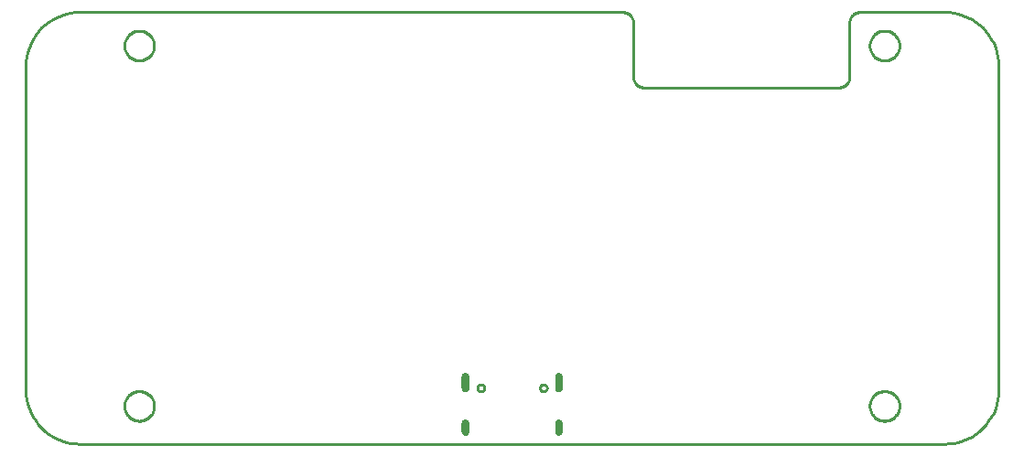
<source format=gbr>
G04 EAGLE Gerber RS-274X export*
G75*
%MOMM*%
%FSLAX34Y34*%
%LPD*%
%IN*%
%IPPOS*%
%AMOC8*
5,1,8,0,0,1.08239X$1,22.5*%
G01*
%ADD10C,0.000000*%
%ADD11C,0.254000*%

G36*
X407205Y47831D02*
X407205Y47831D01*
X407281Y47837D01*
X407983Y48010D01*
X408023Y48029D01*
X408096Y48053D01*
X408736Y48389D01*
X408771Y48417D01*
X408835Y48457D01*
X409377Y48937D01*
X409396Y48963D01*
X409411Y48973D01*
X409424Y48994D01*
X409456Y49027D01*
X409867Y49622D01*
X409885Y49663D01*
X409923Y49729D01*
X410079Y50139D01*
X410180Y50405D01*
X410187Y50449D01*
X410208Y50522D01*
X410296Y51240D01*
X410294Y51266D01*
X410299Y51300D01*
X410299Y62300D01*
X410297Y62309D01*
X410299Y62317D01*
X410294Y62336D01*
X410296Y62360D01*
X410208Y63078D01*
X410194Y63120D01*
X410180Y63195D01*
X409923Y63871D01*
X409899Y63909D01*
X409867Y63978D01*
X409456Y64573D01*
X409424Y64604D01*
X409377Y64663D01*
X408835Y65143D01*
X408797Y65165D01*
X408736Y65211D01*
X408096Y65547D01*
X408053Y65560D01*
X407983Y65590D01*
X407281Y65763D01*
X407237Y65765D01*
X407162Y65777D01*
X406438Y65777D01*
X406395Y65769D01*
X406319Y65763D01*
X405617Y65590D01*
X405577Y65571D01*
X405504Y65547D01*
X404864Y65211D01*
X404829Y65183D01*
X404765Y65143D01*
X404223Y64663D01*
X404215Y64651D01*
X404205Y64645D01*
X404189Y64620D01*
X404144Y64573D01*
X403733Y63978D01*
X403715Y63937D01*
X403677Y63871D01*
X403420Y63195D01*
X403413Y63151D01*
X403392Y63078D01*
X403304Y62360D01*
X403307Y62334D01*
X403301Y62300D01*
X403301Y51300D01*
X403306Y51274D01*
X403304Y51240D01*
X403392Y50522D01*
X403406Y50480D01*
X403420Y50405D01*
X403677Y49729D01*
X403701Y49691D01*
X403733Y49622D01*
X404144Y49027D01*
X404176Y48996D01*
X404223Y48937D01*
X404765Y48457D01*
X404803Y48435D01*
X404864Y48389D01*
X405504Y48053D01*
X405547Y48040D01*
X405617Y48010D01*
X406319Y47837D01*
X406363Y47835D01*
X406438Y47823D01*
X407162Y47823D01*
X407205Y47831D01*
G37*
G36*
X493605Y47831D02*
X493605Y47831D01*
X493681Y47837D01*
X494383Y48010D01*
X494423Y48029D01*
X494496Y48053D01*
X495136Y48389D01*
X495171Y48417D01*
X495235Y48457D01*
X495777Y48937D01*
X495796Y48963D01*
X495811Y48973D01*
X495824Y48994D01*
X495856Y49027D01*
X496267Y49622D01*
X496285Y49663D01*
X496323Y49729D01*
X496580Y50405D01*
X496587Y50449D01*
X496608Y50522D01*
X496696Y51240D01*
X496694Y51266D01*
X496699Y51300D01*
X496699Y62300D01*
X496697Y62309D01*
X496699Y62317D01*
X496694Y62336D01*
X496696Y62360D01*
X496608Y63078D01*
X496594Y63120D01*
X496580Y63195D01*
X496323Y63871D01*
X496299Y63909D01*
X496267Y63978D01*
X495856Y64573D01*
X495824Y64604D01*
X495777Y64663D01*
X495235Y65143D01*
X495197Y65165D01*
X495136Y65211D01*
X494496Y65547D01*
X494453Y65560D01*
X494383Y65590D01*
X493681Y65763D01*
X493637Y65765D01*
X493562Y65777D01*
X492838Y65777D01*
X492795Y65769D01*
X492719Y65763D01*
X492017Y65590D01*
X491977Y65571D01*
X491904Y65547D01*
X491264Y65211D01*
X491229Y65183D01*
X491165Y65143D01*
X490623Y64663D01*
X490615Y64651D01*
X490605Y64645D01*
X490589Y64620D01*
X490544Y64573D01*
X490133Y63978D01*
X490115Y63937D01*
X490077Y63871D01*
X489820Y63195D01*
X489813Y63151D01*
X489792Y63078D01*
X489704Y62360D01*
X489707Y62334D01*
X489701Y62300D01*
X489701Y51300D01*
X489706Y51274D01*
X489704Y51240D01*
X489792Y50522D01*
X489806Y50480D01*
X489820Y50405D01*
X490077Y49729D01*
X490101Y49691D01*
X490133Y49622D01*
X490544Y49027D01*
X490576Y48996D01*
X490623Y48937D01*
X491165Y48457D01*
X491203Y48435D01*
X491264Y48389D01*
X491904Y48053D01*
X491947Y48040D01*
X492017Y48010D01*
X492719Y47837D01*
X492763Y47835D01*
X492838Y47823D01*
X493562Y47823D01*
X493605Y47831D01*
G37*
G36*
X407205Y7531D02*
X407205Y7531D01*
X407281Y7537D01*
X407983Y7710D01*
X408023Y7729D01*
X408096Y7753D01*
X408736Y8089D01*
X408771Y8117D01*
X408835Y8157D01*
X409377Y8637D01*
X409396Y8663D01*
X409411Y8673D01*
X409424Y8694D01*
X409456Y8727D01*
X409867Y9322D01*
X409885Y9363D01*
X409923Y9429D01*
X410079Y9839D01*
X410180Y10105D01*
X410187Y10149D01*
X410208Y10222D01*
X410296Y10940D01*
X410294Y10966D01*
X410299Y11000D01*
X410299Y19000D01*
X410297Y19012D01*
X410298Y19022D01*
X410295Y19038D01*
X410296Y19060D01*
X410208Y19778D01*
X410194Y19820D01*
X410180Y19895D01*
X409923Y20571D01*
X409899Y20609D01*
X409867Y20678D01*
X409456Y21273D01*
X409424Y21304D01*
X409377Y21363D01*
X408835Y21843D01*
X408797Y21865D01*
X408736Y21911D01*
X408096Y22247D01*
X408053Y22260D01*
X407983Y22290D01*
X407281Y22463D01*
X407237Y22465D01*
X407162Y22477D01*
X406438Y22477D01*
X406395Y22469D01*
X406319Y22463D01*
X405617Y22290D01*
X405577Y22271D01*
X405504Y22247D01*
X404864Y21911D01*
X404829Y21883D01*
X404765Y21843D01*
X404223Y21363D01*
X404216Y21354D01*
X404210Y21350D01*
X404196Y21326D01*
X404144Y21273D01*
X403733Y20678D01*
X403715Y20637D01*
X403677Y20571D01*
X403530Y20184D01*
X403530Y20183D01*
X403420Y19895D01*
X403413Y19851D01*
X403392Y19778D01*
X403304Y19060D01*
X403307Y19034D01*
X403301Y19000D01*
X403301Y11000D01*
X403306Y10974D01*
X403304Y10940D01*
X403392Y10222D01*
X403406Y10180D01*
X403420Y10105D01*
X403677Y9429D01*
X403701Y9391D01*
X403733Y9322D01*
X404144Y8727D01*
X404176Y8696D01*
X404223Y8637D01*
X404765Y8157D01*
X404803Y8135D01*
X404864Y8089D01*
X405504Y7753D01*
X405547Y7740D01*
X405617Y7710D01*
X406319Y7537D01*
X406363Y7535D01*
X406438Y7523D01*
X407162Y7523D01*
X407205Y7531D01*
G37*
G36*
X493605Y7531D02*
X493605Y7531D01*
X493681Y7537D01*
X494383Y7710D01*
X494423Y7729D01*
X494496Y7753D01*
X495136Y8089D01*
X495171Y8117D01*
X495235Y8157D01*
X495777Y8637D01*
X495796Y8663D01*
X495811Y8673D01*
X495824Y8694D01*
X495856Y8727D01*
X496267Y9322D01*
X496285Y9363D01*
X496323Y9429D01*
X496580Y10105D01*
X496587Y10149D01*
X496608Y10222D01*
X496696Y10940D01*
X496694Y10966D01*
X496699Y11000D01*
X496699Y19000D01*
X496697Y19012D01*
X496698Y19022D01*
X496695Y19038D01*
X496696Y19060D01*
X496608Y19778D01*
X496594Y19820D01*
X496580Y19895D01*
X496323Y20571D01*
X496299Y20609D01*
X496267Y20678D01*
X495856Y21273D01*
X495824Y21304D01*
X495777Y21363D01*
X495235Y21843D01*
X495197Y21865D01*
X495136Y21911D01*
X494496Y22247D01*
X494453Y22260D01*
X494383Y22290D01*
X493681Y22463D01*
X493637Y22465D01*
X493562Y22477D01*
X492838Y22477D01*
X492795Y22469D01*
X492719Y22463D01*
X492017Y22290D01*
X491977Y22271D01*
X491904Y22247D01*
X491264Y21911D01*
X491229Y21883D01*
X491165Y21843D01*
X490623Y21363D01*
X490616Y21354D01*
X490610Y21350D01*
X490596Y21327D01*
X490544Y21273D01*
X490133Y20678D01*
X490115Y20637D01*
X490077Y20571D01*
X489820Y19895D01*
X489813Y19851D01*
X489792Y19778D01*
X489704Y19060D01*
X489707Y19034D01*
X489701Y19000D01*
X489701Y11000D01*
X489706Y10974D01*
X489704Y10940D01*
X489792Y10222D01*
X489806Y10180D01*
X489820Y10105D01*
X490077Y9429D01*
X490101Y9391D01*
X490133Y9322D01*
X490544Y8727D01*
X490576Y8696D01*
X490623Y8637D01*
X491165Y8157D01*
X491203Y8135D01*
X491264Y8089D01*
X491904Y7753D01*
X491947Y7740D01*
X492017Y7710D01*
X492719Y7537D01*
X492763Y7535D01*
X492838Y7523D01*
X493562Y7523D01*
X493605Y7531D01*
G37*
D10*
X493635Y50088D02*
X492365Y50088D01*
X492365Y50440D01*
X492367Y50477D01*
X492373Y50513D01*
X492382Y50549D01*
X492396Y50584D01*
X492412Y50617D01*
X492432Y50647D01*
X492456Y50676D01*
X492482Y50702D01*
X492511Y50726D01*
X492542Y50746D01*
X492574Y50762D01*
X492609Y50776D01*
X492645Y50785D01*
X492681Y50791D01*
X492718Y50793D01*
X492755Y50791D01*
X492791Y50785D01*
X492827Y50776D01*
X492862Y50762D01*
X492895Y50746D01*
X492925Y50726D01*
X492954Y50702D01*
X492980Y50676D01*
X493004Y50647D01*
X493024Y50617D01*
X493040Y50584D01*
X493054Y50549D01*
X493063Y50513D01*
X493069Y50477D01*
X493071Y50440D01*
X493071Y50088D01*
X493635Y51465D02*
X493635Y51747D01*
X493635Y51465D02*
X493633Y51433D01*
X493628Y51402D01*
X493619Y51372D01*
X493607Y51343D01*
X493592Y51315D01*
X493573Y51289D01*
X493552Y51266D01*
X493529Y51245D01*
X493503Y51226D01*
X493475Y51211D01*
X493446Y51199D01*
X493416Y51190D01*
X493385Y51185D01*
X493353Y51183D01*
X493353Y51182D02*
X492647Y51182D01*
X492647Y51183D02*
X492615Y51185D01*
X492584Y51190D01*
X492554Y51199D01*
X492525Y51211D01*
X492497Y51226D01*
X492471Y51245D01*
X492448Y51266D01*
X492427Y51289D01*
X492408Y51315D01*
X492393Y51343D01*
X492381Y51372D01*
X492372Y51402D01*
X492367Y51433D01*
X492365Y51465D01*
X492365Y51747D01*
X492929Y52183D02*
X492929Y52536D01*
X492931Y52573D01*
X492937Y52609D01*
X492946Y52645D01*
X492960Y52680D01*
X492976Y52713D01*
X492996Y52743D01*
X493020Y52772D01*
X493046Y52798D01*
X493075Y52822D01*
X493106Y52842D01*
X493138Y52858D01*
X493173Y52872D01*
X493209Y52881D01*
X493245Y52887D01*
X493282Y52889D01*
X493319Y52887D01*
X493355Y52881D01*
X493391Y52872D01*
X493426Y52858D01*
X493459Y52842D01*
X493489Y52822D01*
X493518Y52798D01*
X493544Y52772D01*
X493568Y52743D01*
X493588Y52713D01*
X493604Y52680D01*
X493618Y52645D01*
X493627Y52609D01*
X493633Y52573D01*
X493635Y52536D01*
X493635Y52183D01*
X492365Y52183D01*
X492365Y52536D01*
X492367Y52569D01*
X492373Y52601D01*
X492382Y52632D01*
X492395Y52663D01*
X492411Y52691D01*
X492431Y52717D01*
X492453Y52741D01*
X492479Y52762D01*
X492506Y52780D01*
X492535Y52795D01*
X492566Y52806D01*
X492598Y52814D01*
X492631Y52818D01*
X492663Y52818D01*
X492696Y52814D01*
X492728Y52806D01*
X492759Y52795D01*
X492788Y52780D01*
X492815Y52762D01*
X492841Y52741D01*
X492863Y52717D01*
X492883Y52691D01*
X492899Y52663D01*
X492912Y52632D01*
X492921Y52601D01*
X492927Y52569D01*
X492929Y52536D01*
X493635Y54170D02*
X493635Y54452D01*
X493635Y54170D02*
X493633Y54138D01*
X493628Y54107D01*
X493619Y54077D01*
X493607Y54048D01*
X493592Y54020D01*
X493573Y53994D01*
X493552Y53971D01*
X493529Y53950D01*
X493503Y53931D01*
X493475Y53916D01*
X493446Y53904D01*
X493416Y53895D01*
X493385Y53890D01*
X493353Y53888D01*
X493353Y53887D02*
X492647Y53887D01*
X492647Y53888D02*
X492615Y53890D01*
X492584Y53895D01*
X492554Y53904D01*
X492525Y53916D01*
X492497Y53931D01*
X492471Y53950D01*
X492448Y53971D01*
X492427Y53994D01*
X492408Y54020D01*
X492393Y54048D01*
X492381Y54077D01*
X492372Y54107D01*
X492367Y54138D01*
X492365Y54170D01*
X492365Y54452D01*
X492788Y54874D02*
X493423Y54874D01*
X493451Y54876D01*
X493478Y54881D01*
X493504Y54890D01*
X493529Y54902D01*
X493552Y54918D01*
X493573Y54936D01*
X493591Y54957D01*
X493607Y54980D01*
X493619Y55005D01*
X493628Y55031D01*
X493633Y55058D01*
X493635Y55086D01*
X493635Y55438D01*
X492788Y55438D01*
X492788Y55816D02*
X492788Y56240D01*
X492365Y55957D02*
X493423Y55957D01*
X493451Y55959D01*
X493478Y55964D01*
X493504Y55973D01*
X493529Y55985D01*
X493552Y56001D01*
X493573Y56019D01*
X493591Y56040D01*
X493607Y56063D01*
X493619Y56088D01*
X493628Y56114D01*
X493633Y56141D01*
X493635Y56169D01*
X493635Y56240D01*
X493353Y56627D02*
X493071Y56627D01*
X493038Y56629D01*
X493006Y56635D01*
X492975Y56644D01*
X492944Y56657D01*
X492916Y56673D01*
X492890Y56693D01*
X492866Y56715D01*
X492845Y56741D01*
X492827Y56768D01*
X492812Y56797D01*
X492801Y56828D01*
X492793Y56860D01*
X492789Y56893D01*
X492789Y56925D01*
X492793Y56958D01*
X492801Y56990D01*
X492812Y57021D01*
X492827Y57050D01*
X492845Y57077D01*
X492866Y57103D01*
X492890Y57125D01*
X492916Y57145D01*
X492944Y57161D01*
X492975Y57174D01*
X493006Y57183D01*
X493038Y57189D01*
X493071Y57191D01*
X493353Y57191D01*
X493386Y57189D01*
X493418Y57183D01*
X493449Y57174D01*
X493480Y57161D01*
X493508Y57145D01*
X493534Y57125D01*
X493558Y57103D01*
X493579Y57077D01*
X493597Y57050D01*
X493612Y57021D01*
X493623Y56990D01*
X493631Y56958D01*
X493635Y56925D01*
X493635Y56893D01*
X493631Y56860D01*
X493623Y56828D01*
X493612Y56797D01*
X493597Y56768D01*
X493579Y56741D01*
X493558Y56715D01*
X493534Y56693D01*
X493508Y56673D01*
X493480Y56657D01*
X493449Y56644D01*
X493418Y56635D01*
X493386Y56629D01*
X493353Y56627D01*
X493423Y57655D02*
X492788Y57655D01*
X493423Y57655D02*
X493451Y57657D01*
X493478Y57662D01*
X493504Y57671D01*
X493529Y57683D01*
X493552Y57699D01*
X493573Y57717D01*
X493591Y57738D01*
X493607Y57761D01*
X493619Y57786D01*
X493628Y57812D01*
X493633Y57839D01*
X493635Y57867D01*
X493635Y58220D01*
X492788Y58220D01*
X492788Y58597D02*
X492788Y59021D01*
X492365Y58738D02*
X493423Y58738D01*
X493451Y58740D01*
X493478Y58745D01*
X493504Y58754D01*
X493529Y58766D01*
X493552Y58782D01*
X493573Y58800D01*
X493591Y58821D01*
X493607Y58844D01*
X493619Y58869D01*
X493628Y58895D01*
X493633Y58922D01*
X493635Y58950D01*
X493635Y59021D01*
X493635Y59952D02*
X492365Y60376D01*
X493635Y60799D01*
X493318Y60693D02*
X493318Y60058D01*
X493635Y61202D02*
X492788Y61202D01*
X492788Y61625D01*
X492929Y61625D01*
X493635Y62172D02*
X493635Y62525D01*
X493635Y62172D02*
X493633Y62144D01*
X493628Y62117D01*
X493619Y62091D01*
X493607Y62066D01*
X493591Y62043D01*
X493573Y62022D01*
X493552Y62004D01*
X493529Y61988D01*
X493504Y61976D01*
X493478Y61967D01*
X493451Y61962D01*
X493423Y61960D01*
X493071Y61960D01*
X493038Y61962D01*
X493006Y61968D01*
X492975Y61977D01*
X492944Y61990D01*
X492916Y62006D01*
X492890Y62026D01*
X492866Y62048D01*
X492845Y62074D01*
X492827Y62101D01*
X492812Y62130D01*
X492801Y62161D01*
X492793Y62193D01*
X492789Y62226D01*
X492789Y62258D01*
X492793Y62291D01*
X492801Y62323D01*
X492812Y62354D01*
X492827Y62383D01*
X492845Y62410D01*
X492866Y62436D01*
X492890Y62458D01*
X492916Y62478D01*
X492944Y62494D01*
X492975Y62507D01*
X493006Y62516D01*
X493038Y62522D01*
X493071Y62524D01*
X493071Y62525D02*
X493212Y62525D01*
X493212Y61960D01*
X493141Y63195D02*
X493141Y63512D01*
X493141Y63195D02*
X493143Y63165D01*
X493148Y63136D01*
X493157Y63107D01*
X493169Y63080D01*
X493185Y63055D01*
X493203Y63031D01*
X493224Y63010D01*
X493248Y62992D01*
X493273Y62976D01*
X493300Y62964D01*
X493329Y62955D01*
X493358Y62950D01*
X493388Y62948D01*
X493418Y62950D01*
X493447Y62955D01*
X493476Y62964D01*
X493503Y62976D01*
X493528Y62992D01*
X493552Y63010D01*
X493573Y63031D01*
X493591Y63055D01*
X493607Y63080D01*
X493619Y63107D01*
X493628Y63136D01*
X493633Y63165D01*
X493635Y63195D01*
X493635Y63512D01*
X493000Y63512D01*
X493000Y63513D02*
X492972Y63511D01*
X492945Y63506D01*
X492919Y63497D01*
X492894Y63485D01*
X492871Y63469D01*
X492850Y63451D01*
X492832Y63430D01*
X492816Y63407D01*
X492804Y63382D01*
X492795Y63356D01*
X492790Y63329D01*
X492788Y63301D01*
X492788Y63018D01*
X407635Y50088D02*
X406365Y50088D01*
X406365Y50440D01*
X406367Y50477D01*
X406373Y50513D01*
X406382Y50549D01*
X406396Y50584D01*
X406412Y50617D01*
X406432Y50647D01*
X406456Y50676D01*
X406482Y50702D01*
X406511Y50726D01*
X406542Y50746D01*
X406574Y50762D01*
X406609Y50776D01*
X406645Y50785D01*
X406681Y50791D01*
X406718Y50793D01*
X406755Y50791D01*
X406791Y50785D01*
X406827Y50776D01*
X406862Y50762D01*
X406895Y50746D01*
X406925Y50726D01*
X406954Y50702D01*
X406980Y50676D01*
X407004Y50647D01*
X407024Y50617D01*
X407040Y50584D01*
X407054Y50549D01*
X407063Y50513D01*
X407069Y50477D01*
X407071Y50440D01*
X407071Y50088D01*
X407635Y51465D02*
X407635Y51747D01*
X407635Y51465D02*
X407633Y51433D01*
X407628Y51402D01*
X407619Y51372D01*
X407607Y51343D01*
X407592Y51315D01*
X407573Y51289D01*
X407552Y51266D01*
X407529Y51245D01*
X407503Y51226D01*
X407475Y51211D01*
X407446Y51199D01*
X407416Y51190D01*
X407385Y51185D01*
X407353Y51183D01*
X407353Y51182D02*
X406647Y51182D01*
X406647Y51183D02*
X406615Y51185D01*
X406584Y51190D01*
X406554Y51199D01*
X406525Y51211D01*
X406497Y51226D01*
X406471Y51245D01*
X406448Y51266D01*
X406427Y51289D01*
X406408Y51315D01*
X406393Y51343D01*
X406381Y51372D01*
X406372Y51402D01*
X406367Y51433D01*
X406365Y51465D01*
X406365Y51747D01*
X406929Y52183D02*
X406929Y52536D01*
X406931Y52573D01*
X406937Y52609D01*
X406946Y52645D01*
X406960Y52680D01*
X406976Y52713D01*
X406996Y52743D01*
X407020Y52772D01*
X407046Y52798D01*
X407075Y52822D01*
X407106Y52842D01*
X407138Y52858D01*
X407173Y52872D01*
X407209Y52881D01*
X407245Y52887D01*
X407282Y52889D01*
X407319Y52887D01*
X407355Y52881D01*
X407391Y52872D01*
X407426Y52858D01*
X407459Y52842D01*
X407489Y52822D01*
X407518Y52798D01*
X407544Y52772D01*
X407568Y52743D01*
X407588Y52713D01*
X407604Y52680D01*
X407618Y52645D01*
X407627Y52609D01*
X407633Y52573D01*
X407635Y52536D01*
X407635Y52183D01*
X406365Y52183D01*
X406365Y52536D01*
X406367Y52569D01*
X406373Y52601D01*
X406382Y52632D01*
X406395Y52663D01*
X406411Y52691D01*
X406431Y52717D01*
X406453Y52741D01*
X406479Y52762D01*
X406506Y52780D01*
X406535Y52795D01*
X406566Y52806D01*
X406598Y52814D01*
X406631Y52818D01*
X406663Y52818D01*
X406696Y52814D01*
X406728Y52806D01*
X406759Y52795D01*
X406788Y52780D01*
X406815Y52762D01*
X406841Y52741D01*
X406863Y52717D01*
X406883Y52691D01*
X406899Y52663D01*
X406912Y52632D01*
X406921Y52601D01*
X406927Y52569D01*
X406929Y52536D01*
X407635Y54170D02*
X407635Y54452D01*
X407635Y54170D02*
X407633Y54138D01*
X407628Y54107D01*
X407619Y54077D01*
X407607Y54048D01*
X407592Y54020D01*
X407573Y53994D01*
X407552Y53971D01*
X407529Y53950D01*
X407503Y53931D01*
X407475Y53916D01*
X407446Y53904D01*
X407416Y53895D01*
X407385Y53890D01*
X407353Y53888D01*
X407353Y53887D02*
X406647Y53887D01*
X406647Y53888D02*
X406615Y53890D01*
X406584Y53895D01*
X406554Y53904D01*
X406525Y53916D01*
X406497Y53931D01*
X406471Y53950D01*
X406448Y53971D01*
X406427Y53994D01*
X406408Y54020D01*
X406393Y54048D01*
X406381Y54077D01*
X406372Y54107D01*
X406367Y54138D01*
X406365Y54170D01*
X406365Y54452D01*
X406788Y54874D02*
X407423Y54874D01*
X407451Y54876D01*
X407478Y54881D01*
X407504Y54890D01*
X407529Y54902D01*
X407552Y54918D01*
X407573Y54936D01*
X407591Y54957D01*
X407607Y54980D01*
X407619Y55005D01*
X407628Y55031D01*
X407633Y55058D01*
X407635Y55086D01*
X407635Y55438D01*
X406788Y55438D01*
X406788Y55816D02*
X406788Y56240D01*
X406365Y55957D02*
X407423Y55957D01*
X407451Y55959D01*
X407478Y55964D01*
X407504Y55973D01*
X407529Y55985D01*
X407552Y56001D01*
X407573Y56019D01*
X407591Y56040D01*
X407607Y56063D01*
X407619Y56088D01*
X407628Y56114D01*
X407633Y56141D01*
X407635Y56169D01*
X407635Y56240D01*
X407353Y56627D02*
X407071Y56627D01*
X407038Y56629D01*
X407006Y56635D01*
X406975Y56644D01*
X406944Y56657D01*
X406916Y56673D01*
X406890Y56693D01*
X406866Y56715D01*
X406845Y56741D01*
X406827Y56768D01*
X406812Y56797D01*
X406801Y56828D01*
X406793Y56860D01*
X406789Y56893D01*
X406789Y56925D01*
X406793Y56958D01*
X406801Y56990D01*
X406812Y57021D01*
X406827Y57050D01*
X406845Y57077D01*
X406866Y57103D01*
X406890Y57125D01*
X406916Y57145D01*
X406944Y57161D01*
X406975Y57174D01*
X407006Y57183D01*
X407038Y57189D01*
X407071Y57191D01*
X407353Y57191D01*
X407386Y57189D01*
X407418Y57183D01*
X407449Y57174D01*
X407480Y57161D01*
X407508Y57145D01*
X407534Y57125D01*
X407558Y57103D01*
X407579Y57077D01*
X407597Y57050D01*
X407612Y57021D01*
X407623Y56990D01*
X407631Y56958D01*
X407635Y56925D01*
X407635Y56893D01*
X407631Y56860D01*
X407623Y56828D01*
X407612Y56797D01*
X407597Y56768D01*
X407579Y56741D01*
X407558Y56715D01*
X407534Y56693D01*
X407508Y56673D01*
X407480Y56657D01*
X407449Y56644D01*
X407418Y56635D01*
X407386Y56629D01*
X407353Y56627D01*
X407423Y57655D02*
X406788Y57655D01*
X407423Y57655D02*
X407451Y57657D01*
X407478Y57662D01*
X407504Y57671D01*
X407529Y57683D01*
X407552Y57699D01*
X407573Y57717D01*
X407591Y57738D01*
X407607Y57761D01*
X407619Y57786D01*
X407628Y57812D01*
X407633Y57839D01*
X407635Y57867D01*
X407635Y58220D01*
X406788Y58220D01*
X406788Y58597D02*
X406788Y59021D01*
X406365Y58738D02*
X407423Y58738D01*
X407451Y58740D01*
X407478Y58745D01*
X407504Y58754D01*
X407529Y58766D01*
X407552Y58782D01*
X407573Y58800D01*
X407591Y58821D01*
X407607Y58844D01*
X407619Y58869D01*
X407628Y58895D01*
X407633Y58922D01*
X407635Y58950D01*
X407635Y59021D01*
X407635Y59952D02*
X406365Y60376D01*
X407635Y60799D01*
X407318Y60693D02*
X407318Y60058D01*
X407635Y61202D02*
X406788Y61202D01*
X406788Y61625D01*
X406929Y61625D01*
X407635Y62172D02*
X407635Y62525D01*
X407635Y62172D02*
X407633Y62144D01*
X407628Y62117D01*
X407619Y62091D01*
X407607Y62066D01*
X407591Y62043D01*
X407573Y62022D01*
X407552Y62004D01*
X407529Y61988D01*
X407504Y61976D01*
X407478Y61967D01*
X407451Y61962D01*
X407423Y61960D01*
X407071Y61960D01*
X407038Y61962D01*
X407006Y61968D01*
X406975Y61977D01*
X406944Y61990D01*
X406916Y62006D01*
X406890Y62026D01*
X406866Y62048D01*
X406845Y62074D01*
X406827Y62101D01*
X406812Y62130D01*
X406801Y62161D01*
X406793Y62193D01*
X406789Y62226D01*
X406789Y62258D01*
X406793Y62291D01*
X406801Y62323D01*
X406812Y62354D01*
X406827Y62383D01*
X406845Y62410D01*
X406866Y62436D01*
X406890Y62458D01*
X406916Y62478D01*
X406944Y62494D01*
X406975Y62507D01*
X407006Y62516D01*
X407038Y62522D01*
X407071Y62524D01*
X407071Y62525D02*
X407212Y62525D01*
X407212Y61960D01*
X407141Y63195D02*
X407141Y63512D01*
X407141Y63195D02*
X407143Y63165D01*
X407148Y63136D01*
X407157Y63107D01*
X407169Y63080D01*
X407185Y63055D01*
X407203Y63031D01*
X407224Y63010D01*
X407248Y62992D01*
X407273Y62976D01*
X407300Y62964D01*
X407329Y62955D01*
X407358Y62950D01*
X407388Y62948D01*
X407418Y62950D01*
X407447Y62955D01*
X407476Y62964D01*
X407503Y62976D01*
X407528Y62992D01*
X407552Y63010D01*
X407573Y63031D01*
X407591Y63055D01*
X407607Y63080D01*
X407619Y63107D01*
X407628Y63136D01*
X407633Y63165D01*
X407635Y63195D01*
X407635Y63512D01*
X407000Y63512D01*
X407000Y63513D02*
X406972Y63511D01*
X406945Y63506D01*
X406919Y63497D01*
X406894Y63485D01*
X406871Y63469D01*
X406850Y63451D01*
X406832Y63430D01*
X406816Y63407D01*
X406804Y63382D01*
X406795Y63356D01*
X406790Y63329D01*
X406788Y63301D01*
X406788Y63018D01*
X406365Y8088D02*
X407635Y8088D01*
X406365Y8088D02*
X406365Y8440D01*
X406367Y8477D01*
X406373Y8513D01*
X406382Y8549D01*
X406396Y8584D01*
X406412Y8617D01*
X406432Y8647D01*
X406456Y8676D01*
X406482Y8702D01*
X406511Y8726D01*
X406542Y8746D01*
X406574Y8762D01*
X406609Y8776D01*
X406645Y8785D01*
X406681Y8791D01*
X406718Y8793D01*
X406755Y8791D01*
X406791Y8785D01*
X406827Y8776D01*
X406862Y8762D01*
X406895Y8746D01*
X406925Y8726D01*
X406954Y8702D01*
X406980Y8676D01*
X407004Y8647D01*
X407024Y8617D01*
X407040Y8584D01*
X407054Y8549D01*
X407063Y8513D01*
X407069Y8477D01*
X407071Y8440D01*
X407071Y8088D01*
X407635Y9465D02*
X407635Y9747D01*
X407635Y9465D02*
X407633Y9433D01*
X407628Y9402D01*
X407619Y9372D01*
X407607Y9343D01*
X407592Y9315D01*
X407573Y9289D01*
X407552Y9266D01*
X407529Y9245D01*
X407503Y9226D01*
X407475Y9211D01*
X407446Y9199D01*
X407416Y9190D01*
X407385Y9185D01*
X407353Y9183D01*
X407353Y9182D02*
X406647Y9182D01*
X406647Y9183D02*
X406615Y9185D01*
X406584Y9190D01*
X406554Y9199D01*
X406525Y9211D01*
X406497Y9226D01*
X406471Y9245D01*
X406448Y9266D01*
X406427Y9289D01*
X406408Y9315D01*
X406393Y9343D01*
X406381Y9372D01*
X406372Y9402D01*
X406367Y9433D01*
X406365Y9465D01*
X406365Y9747D01*
X406929Y10183D02*
X406929Y10536D01*
X406931Y10573D01*
X406937Y10609D01*
X406946Y10645D01*
X406960Y10680D01*
X406976Y10713D01*
X406996Y10743D01*
X407020Y10772D01*
X407046Y10798D01*
X407075Y10822D01*
X407106Y10842D01*
X407138Y10858D01*
X407173Y10872D01*
X407209Y10881D01*
X407245Y10887D01*
X407282Y10889D01*
X407319Y10887D01*
X407355Y10881D01*
X407391Y10872D01*
X407426Y10858D01*
X407459Y10842D01*
X407489Y10822D01*
X407518Y10798D01*
X407544Y10772D01*
X407568Y10743D01*
X407588Y10713D01*
X407604Y10680D01*
X407618Y10645D01*
X407627Y10609D01*
X407633Y10573D01*
X407635Y10536D01*
X407635Y10183D01*
X406365Y10183D01*
X406365Y10536D01*
X406367Y10569D01*
X406373Y10601D01*
X406382Y10632D01*
X406395Y10663D01*
X406411Y10691D01*
X406431Y10717D01*
X406453Y10741D01*
X406479Y10762D01*
X406506Y10780D01*
X406535Y10795D01*
X406566Y10806D01*
X406598Y10814D01*
X406631Y10818D01*
X406663Y10818D01*
X406696Y10814D01*
X406728Y10806D01*
X406759Y10795D01*
X406788Y10780D01*
X406815Y10762D01*
X406841Y10741D01*
X406863Y10717D01*
X406883Y10691D01*
X406899Y10663D01*
X406912Y10632D01*
X406921Y10601D01*
X406927Y10569D01*
X406929Y10536D01*
X407635Y12170D02*
X407635Y12452D01*
X407635Y12170D02*
X407633Y12138D01*
X407628Y12107D01*
X407619Y12077D01*
X407607Y12048D01*
X407592Y12020D01*
X407573Y11994D01*
X407552Y11971D01*
X407529Y11950D01*
X407503Y11931D01*
X407475Y11916D01*
X407446Y11904D01*
X407416Y11895D01*
X407385Y11890D01*
X407353Y11888D01*
X407353Y11887D02*
X406647Y11887D01*
X406647Y11888D02*
X406615Y11890D01*
X406584Y11895D01*
X406554Y11904D01*
X406525Y11916D01*
X406497Y11931D01*
X406471Y11950D01*
X406448Y11971D01*
X406427Y11994D01*
X406408Y12020D01*
X406393Y12048D01*
X406381Y12077D01*
X406372Y12107D01*
X406367Y12138D01*
X406365Y12170D01*
X406365Y12452D01*
X406788Y12874D02*
X407423Y12874D01*
X407451Y12876D01*
X407478Y12881D01*
X407504Y12890D01*
X407529Y12902D01*
X407552Y12918D01*
X407573Y12936D01*
X407591Y12957D01*
X407607Y12980D01*
X407619Y13005D01*
X407628Y13031D01*
X407633Y13058D01*
X407635Y13086D01*
X407635Y13438D01*
X406788Y13438D01*
X406788Y13816D02*
X406788Y14240D01*
X406365Y13957D02*
X407423Y13957D01*
X407451Y13959D01*
X407478Y13964D01*
X407504Y13973D01*
X407529Y13985D01*
X407552Y14001D01*
X407573Y14019D01*
X407591Y14040D01*
X407607Y14063D01*
X407619Y14088D01*
X407628Y14114D01*
X407633Y14141D01*
X407635Y14169D01*
X407635Y14240D01*
X407353Y14627D02*
X407071Y14627D01*
X407038Y14629D01*
X407006Y14635D01*
X406975Y14644D01*
X406944Y14657D01*
X406916Y14673D01*
X406890Y14693D01*
X406866Y14715D01*
X406845Y14741D01*
X406827Y14768D01*
X406812Y14797D01*
X406801Y14828D01*
X406793Y14860D01*
X406789Y14893D01*
X406789Y14925D01*
X406793Y14958D01*
X406801Y14990D01*
X406812Y15021D01*
X406827Y15050D01*
X406845Y15077D01*
X406866Y15103D01*
X406890Y15125D01*
X406916Y15145D01*
X406944Y15161D01*
X406975Y15174D01*
X407006Y15183D01*
X407038Y15189D01*
X407071Y15191D01*
X407353Y15191D01*
X407386Y15189D01*
X407418Y15183D01*
X407449Y15174D01*
X407480Y15161D01*
X407508Y15145D01*
X407534Y15125D01*
X407558Y15103D01*
X407579Y15077D01*
X407597Y15050D01*
X407612Y15021D01*
X407623Y14990D01*
X407631Y14958D01*
X407635Y14925D01*
X407635Y14893D01*
X407631Y14860D01*
X407623Y14828D01*
X407612Y14797D01*
X407597Y14768D01*
X407579Y14741D01*
X407558Y14715D01*
X407534Y14693D01*
X407508Y14673D01*
X407480Y14657D01*
X407449Y14644D01*
X407418Y14635D01*
X407386Y14629D01*
X407353Y14627D01*
X407423Y15655D02*
X406788Y15655D01*
X407423Y15655D02*
X407451Y15657D01*
X407478Y15662D01*
X407504Y15671D01*
X407529Y15683D01*
X407552Y15699D01*
X407573Y15717D01*
X407591Y15738D01*
X407607Y15761D01*
X407619Y15786D01*
X407628Y15812D01*
X407633Y15839D01*
X407635Y15867D01*
X407635Y16220D01*
X406788Y16220D01*
X406788Y16597D02*
X406788Y17021D01*
X406365Y16738D02*
X407423Y16738D01*
X407451Y16740D01*
X407478Y16745D01*
X407504Y16754D01*
X407529Y16766D01*
X407552Y16782D01*
X407573Y16800D01*
X407591Y16821D01*
X407607Y16844D01*
X407619Y16869D01*
X407628Y16895D01*
X407633Y16922D01*
X407635Y16950D01*
X407635Y17021D01*
X407635Y17952D02*
X406365Y18376D01*
X407635Y18799D01*
X407318Y18693D02*
X407318Y18058D01*
X407635Y19202D02*
X406788Y19202D01*
X406788Y19625D01*
X406929Y19625D01*
X407635Y20172D02*
X407635Y20525D01*
X407635Y20172D02*
X407633Y20144D01*
X407628Y20117D01*
X407619Y20091D01*
X407607Y20066D01*
X407591Y20043D01*
X407573Y20022D01*
X407552Y20004D01*
X407529Y19988D01*
X407504Y19976D01*
X407478Y19967D01*
X407451Y19962D01*
X407423Y19960D01*
X407071Y19960D01*
X407038Y19962D01*
X407006Y19968D01*
X406975Y19977D01*
X406944Y19990D01*
X406916Y20006D01*
X406890Y20026D01*
X406866Y20048D01*
X406845Y20074D01*
X406827Y20101D01*
X406812Y20130D01*
X406801Y20161D01*
X406793Y20193D01*
X406789Y20226D01*
X406789Y20258D01*
X406793Y20291D01*
X406801Y20323D01*
X406812Y20354D01*
X406827Y20383D01*
X406845Y20410D01*
X406866Y20436D01*
X406890Y20458D01*
X406916Y20478D01*
X406944Y20494D01*
X406975Y20507D01*
X407006Y20516D01*
X407038Y20522D01*
X407071Y20524D01*
X407071Y20525D02*
X407212Y20525D01*
X407212Y19960D01*
X407141Y21195D02*
X407141Y21512D01*
X407141Y21195D02*
X407143Y21165D01*
X407148Y21136D01*
X407157Y21107D01*
X407169Y21080D01*
X407185Y21055D01*
X407203Y21031D01*
X407224Y21010D01*
X407248Y20992D01*
X407273Y20976D01*
X407300Y20964D01*
X407329Y20955D01*
X407358Y20950D01*
X407388Y20948D01*
X407418Y20950D01*
X407447Y20955D01*
X407476Y20964D01*
X407503Y20976D01*
X407528Y20992D01*
X407552Y21010D01*
X407573Y21031D01*
X407591Y21055D01*
X407607Y21080D01*
X407619Y21107D01*
X407628Y21136D01*
X407633Y21165D01*
X407635Y21195D01*
X407635Y21512D01*
X407000Y21512D01*
X407000Y21513D02*
X406972Y21511D01*
X406945Y21506D01*
X406919Y21497D01*
X406894Y21485D01*
X406871Y21469D01*
X406850Y21451D01*
X406832Y21430D01*
X406816Y21407D01*
X406804Y21382D01*
X406795Y21356D01*
X406790Y21329D01*
X406788Y21301D01*
X406788Y21018D01*
X492365Y8088D02*
X493635Y8088D01*
X492365Y8088D02*
X492365Y8440D01*
X492367Y8477D01*
X492373Y8513D01*
X492382Y8549D01*
X492396Y8584D01*
X492412Y8617D01*
X492432Y8647D01*
X492456Y8676D01*
X492482Y8702D01*
X492511Y8726D01*
X492542Y8746D01*
X492574Y8762D01*
X492609Y8776D01*
X492645Y8785D01*
X492681Y8791D01*
X492718Y8793D01*
X492755Y8791D01*
X492791Y8785D01*
X492827Y8776D01*
X492862Y8762D01*
X492895Y8746D01*
X492925Y8726D01*
X492954Y8702D01*
X492980Y8676D01*
X493004Y8647D01*
X493024Y8617D01*
X493040Y8584D01*
X493054Y8549D01*
X493063Y8513D01*
X493069Y8477D01*
X493071Y8440D01*
X493071Y8088D01*
X493635Y9465D02*
X493635Y9747D01*
X493635Y9465D02*
X493633Y9433D01*
X493628Y9402D01*
X493619Y9372D01*
X493607Y9343D01*
X493592Y9315D01*
X493573Y9289D01*
X493552Y9266D01*
X493529Y9245D01*
X493503Y9226D01*
X493475Y9211D01*
X493446Y9199D01*
X493416Y9190D01*
X493385Y9185D01*
X493353Y9183D01*
X493353Y9182D02*
X492647Y9182D01*
X492647Y9183D02*
X492615Y9185D01*
X492584Y9190D01*
X492554Y9199D01*
X492525Y9211D01*
X492497Y9226D01*
X492471Y9245D01*
X492448Y9266D01*
X492427Y9289D01*
X492408Y9315D01*
X492393Y9343D01*
X492381Y9372D01*
X492372Y9402D01*
X492367Y9433D01*
X492365Y9465D01*
X492365Y9747D01*
X492929Y10183D02*
X492929Y10536D01*
X492931Y10573D01*
X492937Y10609D01*
X492946Y10645D01*
X492960Y10680D01*
X492976Y10713D01*
X492996Y10743D01*
X493020Y10772D01*
X493046Y10798D01*
X493075Y10822D01*
X493106Y10842D01*
X493138Y10858D01*
X493173Y10872D01*
X493209Y10881D01*
X493245Y10887D01*
X493282Y10889D01*
X493319Y10887D01*
X493355Y10881D01*
X493391Y10872D01*
X493426Y10858D01*
X493459Y10842D01*
X493489Y10822D01*
X493518Y10798D01*
X493544Y10772D01*
X493568Y10743D01*
X493588Y10713D01*
X493604Y10680D01*
X493618Y10645D01*
X493627Y10609D01*
X493633Y10573D01*
X493635Y10536D01*
X493635Y10183D01*
X492365Y10183D01*
X492365Y10536D01*
X492367Y10569D01*
X492373Y10601D01*
X492382Y10632D01*
X492395Y10663D01*
X492411Y10691D01*
X492431Y10717D01*
X492453Y10741D01*
X492479Y10762D01*
X492506Y10780D01*
X492535Y10795D01*
X492566Y10806D01*
X492598Y10814D01*
X492631Y10818D01*
X492663Y10818D01*
X492696Y10814D01*
X492728Y10806D01*
X492759Y10795D01*
X492788Y10780D01*
X492815Y10762D01*
X492841Y10741D01*
X492863Y10717D01*
X492883Y10691D01*
X492899Y10663D01*
X492912Y10632D01*
X492921Y10601D01*
X492927Y10569D01*
X492929Y10536D01*
X493635Y12170D02*
X493635Y12452D01*
X493635Y12170D02*
X493633Y12138D01*
X493628Y12107D01*
X493619Y12077D01*
X493607Y12048D01*
X493592Y12020D01*
X493573Y11994D01*
X493552Y11971D01*
X493529Y11950D01*
X493503Y11931D01*
X493475Y11916D01*
X493446Y11904D01*
X493416Y11895D01*
X493385Y11890D01*
X493353Y11888D01*
X493353Y11887D02*
X492647Y11887D01*
X492647Y11888D02*
X492615Y11890D01*
X492584Y11895D01*
X492554Y11904D01*
X492525Y11916D01*
X492497Y11931D01*
X492471Y11950D01*
X492448Y11971D01*
X492427Y11994D01*
X492408Y12020D01*
X492393Y12048D01*
X492381Y12077D01*
X492372Y12107D01*
X492367Y12138D01*
X492365Y12170D01*
X492365Y12452D01*
X492788Y12874D02*
X493423Y12874D01*
X493451Y12876D01*
X493478Y12881D01*
X493504Y12890D01*
X493529Y12902D01*
X493552Y12918D01*
X493573Y12936D01*
X493591Y12957D01*
X493607Y12980D01*
X493619Y13005D01*
X493628Y13031D01*
X493633Y13058D01*
X493635Y13086D01*
X493635Y13438D01*
X492788Y13438D01*
X492788Y13816D02*
X492788Y14240D01*
X492365Y13957D02*
X493423Y13957D01*
X493451Y13959D01*
X493478Y13964D01*
X493504Y13973D01*
X493529Y13985D01*
X493552Y14001D01*
X493573Y14019D01*
X493591Y14040D01*
X493607Y14063D01*
X493619Y14088D01*
X493628Y14114D01*
X493633Y14141D01*
X493635Y14169D01*
X493635Y14240D01*
X493353Y14627D02*
X493071Y14627D01*
X493038Y14629D01*
X493006Y14635D01*
X492975Y14644D01*
X492944Y14657D01*
X492916Y14673D01*
X492890Y14693D01*
X492866Y14715D01*
X492845Y14741D01*
X492827Y14768D01*
X492812Y14797D01*
X492801Y14828D01*
X492793Y14860D01*
X492789Y14893D01*
X492789Y14925D01*
X492793Y14958D01*
X492801Y14990D01*
X492812Y15021D01*
X492827Y15050D01*
X492845Y15077D01*
X492866Y15103D01*
X492890Y15125D01*
X492916Y15145D01*
X492944Y15161D01*
X492975Y15174D01*
X493006Y15183D01*
X493038Y15189D01*
X493071Y15191D01*
X493353Y15191D01*
X493386Y15189D01*
X493418Y15183D01*
X493449Y15174D01*
X493480Y15161D01*
X493508Y15145D01*
X493534Y15125D01*
X493558Y15103D01*
X493579Y15077D01*
X493597Y15050D01*
X493612Y15021D01*
X493623Y14990D01*
X493631Y14958D01*
X493635Y14925D01*
X493635Y14893D01*
X493631Y14860D01*
X493623Y14828D01*
X493612Y14797D01*
X493597Y14768D01*
X493579Y14741D01*
X493558Y14715D01*
X493534Y14693D01*
X493508Y14673D01*
X493480Y14657D01*
X493449Y14644D01*
X493418Y14635D01*
X493386Y14629D01*
X493353Y14627D01*
X493423Y15655D02*
X492788Y15655D01*
X493423Y15655D02*
X493451Y15657D01*
X493478Y15662D01*
X493504Y15671D01*
X493529Y15683D01*
X493552Y15699D01*
X493573Y15717D01*
X493591Y15738D01*
X493607Y15761D01*
X493619Y15786D01*
X493628Y15812D01*
X493633Y15839D01*
X493635Y15867D01*
X493635Y16220D01*
X492788Y16220D01*
X492788Y16597D02*
X492788Y17021D01*
X492365Y16738D02*
X493423Y16738D01*
X493451Y16740D01*
X493478Y16745D01*
X493504Y16754D01*
X493529Y16766D01*
X493552Y16782D01*
X493573Y16800D01*
X493591Y16821D01*
X493607Y16844D01*
X493619Y16869D01*
X493628Y16895D01*
X493633Y16922D01*
X493635Y16950D01*
X493635Y17021D01*
X493635Y17952D02*
X492365Y18376D01*
X493635Y18799D01*
X493318Y18693D02*
X493318Y18058D01*
X493635Y19202D02*
X492788Y19202D01*
X492788Y19625D01*
X492929Y19625D01*
X493635Y20172D02*
X493635Y20525D01*
X493635Y20172D02*
X493633Y20144D01*
X493628Y20117D01*
X493619Y20091D01*
X493607Y20066D01*
X493591Y20043D01*
X493573Y20022D01*
X493552Y20004D01*
X493529Y19988D01*
X493504Y19976D01*
X493478Y19967D01*
X493451Y19962D01*
X493423Y19960D01*
X493071Y19960D01*
X493038Y19962D01*
X493006Y19968D01*
X492975Y19977D01*
X492944Y19990D01*
X492916Y20006D01*
X492890Y20026D01*
X492866Y20048D01*
X492845Y20074D01*
X492827Y20101D01*
X492812Y20130D01*
X492801Y20161D01*
X492793Y20193D01*
X492789Y20226D01*
X492789Y20258D01*
X492793Y20291D01*
X492801Y20323D01*
X492812Y20354D01*
X492827Y20383D01*
X492845Y20410D01*
X492866Y20436D01*
X492890Y20458D01*
X492916Y20478D01*
X492944Y20494D01*
X492975Y20507D01*
X493006Y20516D01*
X493038Y20522D01*
X493071Y20524D01*
X493071Y20525D02*
X493212Y20525D01*
X493212Y19960D01*
X493141Y21195D02*
X493141Y21512D01*
X493141Y21195D02*
X493143Y21165D01*
X493148Y21136D01*
X493157Y21107D01*
X493169Y21080D01*
X493185Y21055D01*
X493203Y21031D01*
X493224Y21010D01*
X493248Y20992D01*
X493273Y20976D01*
X493300Y20964D01*
X493329Y20955D01*
X493358Y20950D01*
X493388Y20948D01*
X493418Y20950D01*
X493447Y20955D01*
X493476Y20964D01*
X493503Y20976D01*
X493528Y20992D01*
X493552Y21010D01*
X493573Y21031D01*
X493591Y21055D01*
X493607Y21080D01*
X493619Y21107D01*
X493628Y21136D01*
X493633Y21165D01*
X493635Y21195D01*
X493635Y21512D01*
X493000Y21512D01*
X493000Y21513D02*
X492972Y21511D01*
X492945Y21506D01*
X492919Y21497D01*
X492894Y21485D01*
X492871Y21469D01*
X492850Y21451D01*
X492832Y21430D01*
X492816Y21407D01*
X492804Y21382D01*
X492795Y21356D01*
X492790Y21329D01*
X492788Y21301D01*
X492788Y21018D01*
D11*
X0Y50000D02*
X190Y45642D01*
X760Y41318D01*
X1704Y37059D01*
X3015Y32899D01*
X4685Y28869D01*
X6699Y25000D01*
X9042Y21321D01*
X11698Y17861D01*
X14645Y14645D01*
X17861Y11698D01*
X21321Y9042D01*
X25000Y6699D01*
X28869Y4685D01*
X32899Y3015D01*
X37059Y1704D01*
X41318Y760D01*
X45642Y190D01*
X50000Y0D01*
X850000Y0D01*
X854358Y190D01*
X858682Y760D01*
X862941Y1704D01*
X867101Y3015D01*
X871131Y4685D01*
X875000Y6699D01*
X878679Y9042D01*
X882139Y11698D01*
X885355Y14645D01*
X888302Y17861D01*
X890958Y21321D01*
X893301Y25000D01*
X895315Y28869D01*
X896985Y32899D01*
X898296Y37059D01*
X899240Y41318D01*
X899810Y45642D01*
X900000Y50000D01*
X900000Y350000D01*
X899810Y354358D01*
X899240Y358682D01*
X898296Y362941D01*
X896985Y367101D01*
X895315Y371131D01*
X893301Y375000D01*
X890958Y378679D01*
X888302Y382139D01*
X885355Y385355D01*
X882139Y388302D01*
X878679Y390958D01*
X875000Y393301D01*
X871131Y395315D01*
X867101Y396985D01*
X862941Y398296D01*
X858682Y399240D01*
X854358Y399810D01*
X850000Y400000D01*
X772070Y400000D01*
X771198Y399962D01*
X770334Y399848D01*
X769482Y399659D01*
X768650Y399397D01*
X767844Y399063D01*
X767070Y398660D01*
X766334Y398192D01*
X765642Y397660D01*
X764999Y397071D01*
X764410Y396428D01*
X763878Y395736D01*
X763410Y395000D01*
X763007Y394226D01*
X762673Y393420D01*
X762411Y392588D01*
X762222Y391736D01*
X762108Y390872D01*
X762070Y390000D01*
X762070Y340000D01*
X762032Y339128D01*
X761918Y338264D01*
X761729Y337412D01*
X761467Y336580D01*
X761133Y335774D01*
X760730Y335000D01*
X760262Y334264D01*
X759730Y333572D01*
X759141Y332929D01*
X758498Y332340D01*
X757806Y331808D01*
X757070Y331340D01*
X756296Y330937D01*
X755490Y330603D01*
X754658Y330341D01*
X753806Y330152D01*
X752942Y330038D01*
X752070Y330000D01*
X572070Y330000D01*
X571198Y330038D01*
X570334Y330152D01*
X569482Y330341D01*
X568650Y330603D01*
X567844Y330937D01*
X567070Y331340D01*
X566334Y331808D01*
X565642Y332340D01*
X564999Y332929D01*
X564410Y333572D01*
X563878Y334264D01*
X563410Y335000D01*
X563007Y335774D01*
X562673Y336580D01*
X562411Y337412D01*
X562222Y338264D01*
X562108Y339128D01*
X562070Y340000D01*
X562070Y390000D01*
X562032Y390872D01*
X561918Y391736D01*
X561729Y392588D01*
X561467Y393420D01*
X561133Y394226D01*
X560730Y395000D01*
X560262Y395736D01*
X559730Y396428D01*
X559141Y397071D01*
X558498Y397660D01*
X557806Y398192D01*
X557070Y398660D01*
X556296Y399063D01*
X555490Y399397D01*
X554658Y399659D01*
X553806Y399848D01*
X552942Y399962D01*
X552070Y400000D01*
X50000Y400000D01*
X45642Y399810D01*
X41318Y399240D01*
X37059Y398296D01*
X32899Y396985D01*
X28869Y395315D01*
X25000Y393301D01*
X21321Y390958D01*
X17861Y388302D01*
X14645Y385355D01*
X11698Y382139D01*
X9042Y378679D01*
X6699Y375000D01*
X4685Y371131D01*
X3015Y367101D01*
X1704Y362941D01*
X760Y358682D01*
X190Y354358D01*
X0Y350000D01*
X0Y50000D01*
X118750Y34509D02*
X118680Y33529D01*
X118540Y32557D01*
X118331Y31597D01*
X118055Y30655D01*
X117711Y29735D01*
X117303Y28841D01*
X116833Y27979D01*
X116302Y27153D01*
X115713Y26367D01*
X115070Y25625D01*
X114375Y24930D01*
X113633Y24287D01*
X112847Y23698D01*
X112021Y23167D01*
X111159Y22697D01*
X110265Y22289D01*
X109345Y21945D01*
X108403Y21669D01*
X107443Y21460D01*
X106471Y21320D01*
X105491Y21250D01*
X104509Y21250D01*
X103529Y21320D01*
X102557Y21460D01*
X101597Y21669D01*
X100655Y21945D01*
X99735Y22289D01*
X98841Y22697D01*
X97979Y23167D01*
X97153Y23698D01*
X96367Y24287D01*
X95625Y24930D01*
X94930Y25625D01*
X94287Y26367D01*
X93698Y27153D01*
X93167Y27979D01*
X92697Y28841D01*
X92289Y29735D01*
X91945Y30655D01*
X91669Y31597D01*
X91460Y32557D01*
X91320Y33529D01*
X91250Y34509D01*
X91250Y35491D01*
X91320Y36471D01*
X91460Y37443D01*
X91669Y38403D01*
X91945Y39345D01*
X92289Y40265D01*
X92697Y41159D01*
X93167Y42021D01*
X93698Y42847D01*
X94287Y43633D01*
X94930Y44375D01*
X95625Y45070D01*
X96367Y45713D01*
X97153Y46302D01*
X97979Y46833D01*
X98841Y47303D01*
X99735Y47711D01*
X100655Y48055D01*
X101597Y48331D01*
X102557Y48540D01*
X103529Y48680D01*
X104509Y48750D01*
X105491Y48750D01*
X106471Y48680D01*
X107443Y48540D01*
X108403Y48331D01*
X109345Y48055D01*
X110265Y47711D01*
X111159Y47303D01*
X112021Y46833D01*
X112847Y46302D01*
X113633Y45713D01*
X114375Y45070D01*
X115070Y44375D01*
X115713Y43633D01*
X116302Y42847D01*
X116833Y42021D01*
X117303Y41159D01*
X117711Y40265D01*
X118055Y39345D01*
X118331Y38403D01*
X118540Y37443D01*
X118680Y36471D01*
X118750Y35491D01*
X118750Y34509D01*
X808250Y34509D02*
X808180Y33529D01*
X808040Y32557D01*
X807831Y31597D01*
X807555Y30655D01*
X807211Y29735D01*
X806803Y28841D01*
X806333Y27979D01*
X805802Y27153D01*
X805213Y26367D01*
X804570Y25625D01*
X803875Y24930D01*
X803133Y24287D01*
X802347Y23698D01*
X801521Y23167D01*
X800659Y22697D01*
X799765Y22289D01*
X798845Y21945D01*
X797903Y21669D01*
X796943Y21460D01*
X795971Y21320D01*
X794991Y21250D01*
X794009Y21250D01*
X793029Y21320D01*
X792057Y21460D01*
X791097Y21669D01*
X790155Y21945D01*
X789235Y22289D01*
X788341Y22697D01*
X787479Y23167D01*
X786653Y23698D01*
X785867Y24287D01*
X785125Y24930D01*
X784430Y25625D01*
X783787Y26367D01*
X783198Y27153D01*
X782667Y27979D01*
X782197Y28841D01*
X781789Y29735D01*
X781445Y30655D01*
X781169Y31597D01*
X780960Y32557D01*
X780820Y33529D01*
X780750Y34509D01*
X780750Y35491D01*
X780820Y36471D01*
X780960Y37443D01*
X781169Y38403D01*
X781445Y39345D01*
X781789Y40265D01*
X782197Y41159D01*
X782667Y42021D01*
X783198Y42847D01*
X783787Y43633D01*
X784430Y44375D01*
X785125Y45070D01*
X785867Y45713D01*
X786653Y46302D01*
X787479Y46833D01*
X788341Y47303D01*
X789235Y47711D01*
X790155Y48055D01*
X791097Y48331D01*
X792057Y48540D01*
X793029Y48680D01*
X794009Y48750D01*
X794991Y48750D01*
X795971Y48680D01*
X796943Y48540D01*
X797903Y48331D01*
X798845Y48055D01*
X799765Y47711D01*
X800659Y47303D01*
X801521Y46833D01*
X802347Y46302D01*
X803133Y45713D01*
X803875Y45070D01*
X804570Y44375D01*
X805213Y43633D01*
X805802Y42847D01*
X806333Y42021D01*
X806803Y41159D01*
X807211Y40265D01*
X807555Y39345D01*
X807831Y38403D01*
X808040Y37443D01*
X808180Y36471D01*
X808250Y35491D01*
X808250Y34509D01*
X118750Y368409D02*
X118680Y367429D01*
X118540Y366457D01*
X118331Y365497D01*
X118055Y364555D01*
X117711Y363635D01*
X117303Y362741D01*
X116833Y361879D01*
X116302Y361053D01*
X115713Y360267D01*
X115070Y359525D01*
X114375Y358830D01*
X113633Y358187D01*
X112847Y357598D01*
X112021Y357067D01*
X111159Y356597D01*
X110265Y356189D01*
X109345Y355845D01*
X108403Y355569D01*
X107443Y355360D01*
X106471Y355220D01*
X105491Y355150D01*
X104509Y355150D01*
X103529Y355220D01*
X102557Y355360D01*
X101597Y355569D01*
X100655Y355845D01*
X99735Y356189D01*
X98841Y356597D01*
X97979Y357067D01*
X97153Y357598D01*
X96367Y358187D01*
X95625Y358830D01*
X94930Y359525D01*
X94287Y360267D01*
X93698Y361053D01*
X93167Y361879D01*
X92697Y362741D01*
X92289Y363635D01*
X91945Y364555D01*
X91669Y365497D01*
X91460Y366457D01*
X91320Y367429D01*
X91250Y368409D01*
X91250Y369391D01*
X91320Y370371D01*
X91460Y371343D01*
X91669Y372303D01*
X91945Y373245D01*
X92289Y374165D01*
X92697Y375059D01*
X93167Y375921D01*
X93698Y376747D01*
X94287Y377533D01*
X94930Y378275D01*
X95625Y378970D01*
X96367Y379613D01*
X97153Y380202D01*
X97979Y380733D01*
X98841Y381203D01*
X99735Y381611D01*
X100655Y381955D01*
X101597Y382231D01*
X102557Y382440D01*
X103529Y382580D01*
X104509Y382650D01*
X105491Y382650D01*
X106471Y382580D01*
X107443Y382440D01*
X108403Y382231D01*
X109345Y381955D01*
X110265Y381611D01*
X111159Y381203D01*
X112021Y380733D01*
X112847Y380202D01*
X113633Y379613D01*
X114375Y378970D01*
X115070Y378275D01*
X115713Y377533D01*
X116302Y376747D01*
X116833Y375921D01*
X117303Y375059D01*
X117711Y374165D01*
X118055Y373245D01*
X118331Y372303D01*
X118540Y371343D01*
X118680Y370371D01*
X118750Y369391D01*
X118750Y368409D01*
X808250Y368409D02*
X808180Y367429D01*
X808040Y366457D01*
X807831Y365497D01*
X807555Y364555D01*
X807211Y363635D01*
X806803Y362741D01*
X806333Y361879D01*
X805802Y361053D01*
X805213Y360267D01*
X804570Y359525D01*
X803875Y358830D01*
X803133Y358187D01*
X802347Y357598D01*
X801521Y357067D01*
X800659Y356597D01*
X799765Y356189D01*
X798845Y355845D01*
X797903Y355569D01*
X796943Y355360D01*
X795971Y355220D01*
X794991Y355150D01*
X794009Y355150D01*
X793029Y355220D01*
X792057Y355360D01*
X791097Y355569D01*
X790155Y355845D01*
X789235Y356189D01*
X788341Y356597D01*
X787479Y357067D01*
X786653Y357598D01*
X785867Y358187D01*
X785125Y358830D01*
X784430Y359525D01*
X783787Y360267D01*
X783198Y361053D01*
X782667Y361879D01*
X782197Y362741D01*
X781789Y363635D01*
X781445Y364555D01*
X781169Y365497D01*
X780960Y366457D01*
X780820Y367429D01*
X780750Y368409D01*
X780750Y369391D01*
X780820Y370371D01*
X780960Y371343D01*
X781169Y372303D01*
X781445Y373245D01*
X781789Y374165D01*
X782197Y375059D01*
X782667Y375921D01*
X783198Y376747D01*
X783787Y377533D01*
X784430Y378275D01*
X785125Y378970D01*
X785867Y379613D01*
X786653Y380202D01*
X787479Y380733D01*
X788341Y381203D01*
X789235Y381611D01*
X790155Y381955D01*
X791097Y382231D01*
X792057Y382440D01*
X793029Y382580D01*
X794009Y382650D01*
X794991Y382650D01*
X795971Y382580D01*
X796943Y382440D01*
X797903Y382231D01*
X798845Y381955D01*
X799765Y381611D01*
X800659Y381203D01*
X801521Y380733D01*
X802347Y380202D01*
X803133Y379613D01*
X803875Y378970D01*
X804570Y378275D01*
X805213Y377533D01*
X805802Y376747D01*
X806333Y375921D01*
X806803Y375059D01*
X807211Y374165D01*
X807555Y373245D01*
X807831Y372303D01*
X808040Y371343D01*
X808180Y370371D01*
X808250Y369391D01*
X808250Y368409D01*
X424350Y51587D02*
X424294Y51165D01*
X424184Y50753D01*
X424021Y50359D01*
X423808Y49991D01*
X423549Y49653D01*
X423247Y49351D01*
X422909Y49092D01*
X422541Y48879D01*
X422147Y48716D01*
X421735Y48606D01*
X421313Y48550D01*
X420887Y48550D01*
X420465Y48606D01*
X420053Y48716D01*
X419659Y48879D01*
X419291Y49092D01*
X418953Y49351D01*
X418651Y49653D01*
X418392Y49991D01*
X418179Y50359D01*
X418016Y50753D01*
X417906Y51165D01*
X417850Y51587D01*
X417850Y52013D01*
X417906Y52435D01*
X418016Y52847D01*
X418179Y53241D01*
X418392Y53609D01*
X418651Y53947D01*
X418953Y54249D01*
X419291Y54508D01*
X419659Y54721D01*
X420053Y54884D01*
X420465Y54994D01*
X420887Y55050D01*
X421313Y55050D01*
X421735Y54994D01*
X422147Y54884D01*
X422541Y54721D01*
X422909Y54508D01*
X423247Y54249D01*
X423549Y53947D01*
X423808Y53609D01*
X424021Y53241D01*
X424184Y52847D01*
X424294Y52435D01*
X424350Y52013D01*
X424350Y51587D01*
X482150Y51587D02*
X482094Y51165D01*
X481984Y50753D01*
X481821Y50359D01*
X481608Y49991D01*
X481349Y49653D01*
X481047Y49351D01*
X480709Y49092D01*
X480341Y48879D01*
X479947Y48716D01*
X479535Y48606D01*
X479113Y48550D01*
X478687Y48550D01*
X478265Y48606D01*
X477853Y48716D01*
X477459Y48879D01*
X477091Y49092D01*
X476753Y49351D01*
X476451Y49653D01*
X476192Y49991D01*
X475979Y50359D01*
X475816Y50753D01*
X475706Y51165D01*
X475650Y51587D01*
X475650Y52013D01*
X475706Y52435D01*
X475816Y52847D01*
X475979Y53241D01*
X476192Y53609D01*
X476451Y53947D01*
X476753Y54249D01*
X477091Y54508D01*
X477459Y54721D01*
X477853Y54884D01*
X478265Y54994D01*
X478687Y55050D01*
X479113Y55050D01*
X479535Y54994D01*
X479947Y54884D01*
X480341Y54721D01*
X480709Y54508D01*
X481047Y54249D01*
X481349Y53947D01*
X481608Y53609D01*
X481821Y53241D01*
X481984Y52847D01*
X482094Y52435D01*
X482150Y52013D01*
X482150Y51587D01*
M02*

</source>
